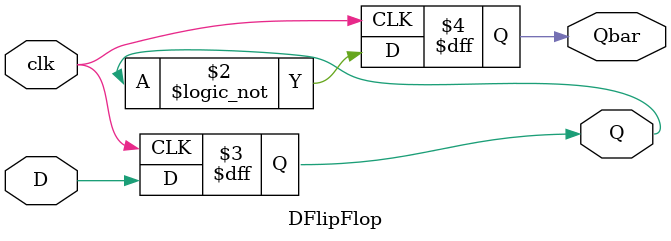
<source format=v>
`timescale 1ns / 1ps

// Zum Speichern des Button-States
module DFlipFlop( // klassischer D-Flip-Flop
    input clk, // input clock; in unserem Fall slow Clock 4Hz
    input D, // input D; in unserem Fall der Push Button
    output reg Q,
    output reg Qbar // Damit wir nicht 2 verschiedene FlipFlops machen müssen; Qbar ist das Gegenteil von Q
    );
    
    always @ (posedge clk) // Anpassung wird nur jedes Mal beim Rising Edge gemacht
    begin
    Q <= D; // D wird auf Q zugewiesen
    Qbar <= !Q;
    end
endmodule

</source>
